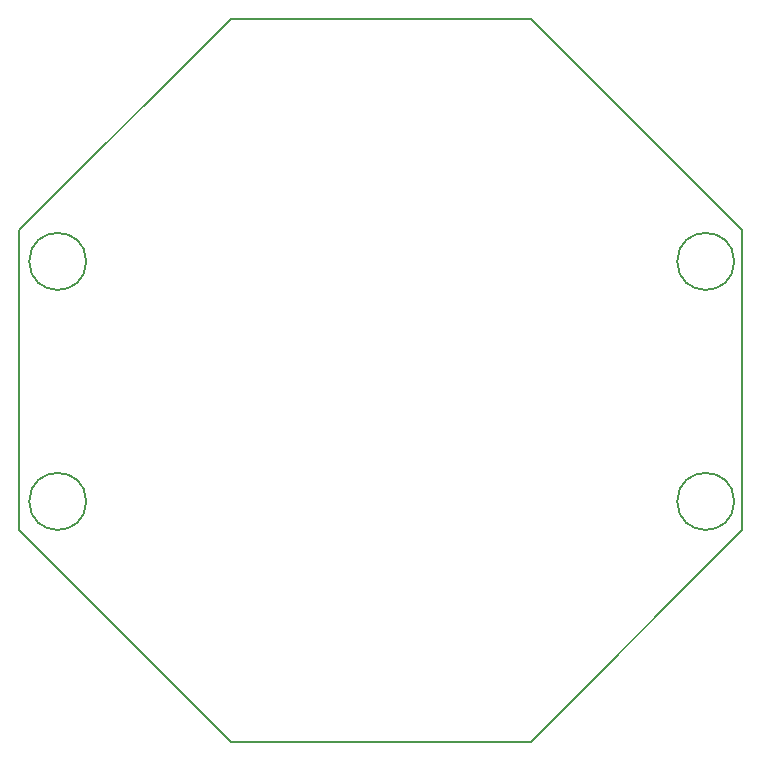
<source format=gbr>
G04 #@! TF.FileFunction,Profile,NP*
%FSLAX46Y46*%
G04 Gerber Fmt 4.6, Leading zero omitted, Abs format (unit mm)*
G04 Created by KiCad (PCBNEW 4.0.0-stable) date Friday, November 04, 2016 'AMt' 11:18:16 AM*
%MOMM*%
G01*
G04 APERTURE LIST*
%ADD10C,0.100000*%
%ADD11C,0.150000*%
G04 APERTURE END LIST*
D10*
D11*
X60452000Y40640000D02*
G75*
G03X60452000Y40640000I-2413000J0D01*
G01*
X5588000Y20320000D02*
G75*
G03X5588000Y20320000I-2413000J0D01*
G01*
X5588000Y40640000D02*
G75*
G03X5588000Y40640000I-2413000J0D01*
G01*
X60452000Y20320000D02*
G75*
G03X60452000Y20320000I-2413000J0D01*
G01*
X43205400Y-50800D02*
X17805400Y-50800D01*
X61112400Y17856200D02*
X43205400Y-50800D01*
X61112400Y43256200D02*
X61112400Y17856200D01*
X43205400Y61163200D02*
X61112400Y43256200D01*
X17805400Y61163200D02*
X43205400Y61163200D01*
X-101600Y43256200D02*
X17805400Y61163200D01*
X-101600Y17856200D02*
X-101600Y43256200D01*
X17805400Y-50800D02*
X-101600Y17856200D01*
M02*

</source>
